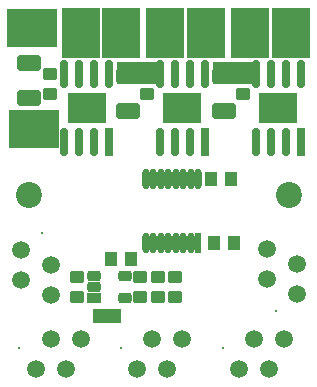
<source format=gbs>
G04*
G04 #@! TF.GenerationSoftware,Altium Limited,Altium Designer,19.1.8 (144)*
G04*
G04 Layer_Color=16711935*
%FSLAX43Y43*%
%MOMM*%
G71*
G01*
G75*
G04:AMPARAMS|DCode=17|XSize=2mm|YSize=1.35mm|CornerRadius=0.244mm|HoleSize=0mm|Usage=FLASHONLY|Rotation=0.000|XOffset=0mm|YOffset=0mm|HoleType=Round|Shape=RoundedRectangle|*
%AMROUNDEDRECTD17*
21,1,2.000,0.863,0,0,0.0*
21,1,1.513,1.350,0,0,0.0*
1,1,0.488,0.756,-0.431*
1,1,0.488,-0.756,-0.431*
1,1,0.488,-0.756,0.431*
1,1,0.488,0.756,0.431*
%
%ADD17ROUNDEDRECTD17*%
G04:AMPARAMS|DCode=19|XSize=1.2mm|YSize=1.1mm|CornerRadius=0.213mm|HoleSize=0mm|Usage=FLASHONLY|Rotation=270.000|XOffset=0mm|YOffset=0mm|HoleType=Round|Shape=RoundedRectangle|*
%AMROUNDEDRECTD19*
21,1,1.200,0.675,0,0,270.0*
21,1,0.775,1.100,0,0,270.0*
1,1,0.425,-0.338,-0.388*
1,1,0.425,-0.338,0.388*
1,1,0.425,0.338,0.388*
1,1,0.425,0.338,-0.388*
%
%ADD19ROUNDEDRECTD19*%
%ADD24C,0.200*%
%ADD25C,1.500*%
%ADD26C,2.200*%
%ADD54R,4.000X1.900*%
%ADD55R,3.900X1.900*%
%ADD56R,0.600X1.750*%
%ADD57O,0.600X1.750*%
%ADD58R,3.300X2.600*%
%ADD59R,0.700X2.400*%
%ADD60O,0.700X2.400*%
%ADD61R,1.200X1.200*%
G04:AMPARAMS|DCode=62|XSize=1.2mm|YSize=1.1mm|CornerRadius=0.213mm|HoleSize=0mm|Usage=FLASHONLY|Rotation=180.000|XOffset=0mm|YOffset=0mm|HoleType=Round|Shape=RoundedRectangle|*
%AMROUNDEDRECTD62*
21,1,1.200,0.675,0,0,180.0*
21,1,0.775,1.100,0,0,180.0*
1,1,0.425,-0.388,0.338*
1,1,0.425,0.388,0.338*
1,1,0.425,0.388,-0.338*
1,1,0.425,-0.388,-0.338*
%
%ADD62ROUNDEDRECTD62*%
%ADD63R,3.200X4.200*%
%ADD64R,1.200X0.860*%
G04:AMPARAMS|DCode=65|XSize=1.2mm|YSize=0.86mm|CornerRadius=0.265mm|HoleSize=0mm|Usage=FLASHONLY|Rotation=0.000|XOffset=0mm|YOffset=0mm|HoleType=Round|Shape=RoundedRectangle|*
%AMROUNDEDRECTD65*
21,1,1.200,0.330,0,0,0.0*
21,1,0.670,0.860,0,0,0.0*
1,1,0.530,0.335,-0.165*
1,1,0.530,-0.335,-0.165*
1,1,0.530,-0.335,0.165*
1,1,0.530,0.335,0.165*
%
%ADD65ROUNDEDRECTD65*%
%ADD66R,4.200X3.200*%
D17*
X2000Y24200D02*
D03*
Y27200D02*
D03*
X10400Y23100D02*
D03*
Y26100D02*
D03*
X18500Y23100D02*
D03*
Y26100D02*
D03*
D19*
X10650Y10600D02*
D03*
X8950D02*
D03*
X17450Y17400D02*
D03*
X19150D02*
D03*
X17650Y12000D02*
D03*
X19350D02*
D03*
D24*
X22900Y6200D02*
D03*
X3100Y12800D02*
D03*
X1200Y3100D02*
D03*
X9800D02*
D03*
X18400D02*
D03*
D25*
X22160Y11410D02*
D03*
X24700Y10140D02*
D03*
X22160Y8870D02*
D03*
X24700Y7600D02*
D03*
X3840Y7590D02*
D03*
X1300Y8860D02*
D03*
X3840Y10130D02*
D03*
X1300Y11400D02*
D03*
X6410Y3840D02*
D03*
X5140Y1300D02*
D03*
X3870Y3840D02*
D03*
X2600Y1300D02*
D03*
X15010Y3840D02*
D03*
X13740Y1300D02*
D03*
X12470Y3840D02*
D03*
X11200Y1300D02*
D03*
X23610Y3840D02*
D03*
X22340Y1300D02*
D03*
X21070Y3840D02*
D03*
X19800Y1300D02*
D03*
D26*
X2000Y16000D02*
D03*
X24000D02*
D03*
D54*
X19500Y26350D02*
D03*
D55*
X11450D02*
D03*
D56*
X16340Y12000D02*
D03*
D57*
X15705D02*
D03*
X15070D02*
D03*
X14435D02*
D03*
X13800D02*
D03*
X13165D02*
D03*
X12530D02*
D03*
X11895D02*
D03*
X16340Y17400D02*
D03*
X15705D02*
D03*
X15070D02*
D03*
X14435D02*
D03*
X13800D02*
D03*
X13165D02*
D03*
X12530D02*
D03*
X11895D02*
D03*
D58*
X23100Y23400D02*
D03*
X15000Y23400D02*
D03*
X6900Y23400D02*
D03*
D59*
X25005Y20525D02*
D03*
X16905Y20525D02*
D03*
X8805Y20525D02*
D03*
D60*
X23735D02*
D03*
X22465D02*
D03*
X21195D02*
D03*
X25005Y26275D02*
D03*
X23735D02*
D03*
X22465D02*
D03*
X21195D02*
D03*
X15635Y20525D02*
D03*
X14365D02*
D03*
X13095D02*
D03*
X16905Y26275D02*
D03*
X15635D02*
D03*
X14365D02*
D03*
X13095D02*
D03*
X7535Y20525D02*
D03*
X6265D02*
D03*
X4995D02*
D03*
X8805Y26275D02*
D03*
X7535D02*
D03*
X6265D02*
D03*
X4995D02*
D03*
D61*
X8000Y5800D02*
D03*
X9200D02*
D03*
D62*
X12900Y9050D02*
D03*
Y7350D02*
D03*
X14400Y7350D02*
D03*
Y9050D02*
D03*
X11400D02*
D03*
Y7350D02*
D03*
X6100Y9050D02*
D03*
Y7350D02*
D03*
X3800Y26250D02*
D03*
Y24550D02*
D03*
X12000Y26250D02*
D03*
Y24550D02*
D03*
X20100Y26250D02*
D03*
Y24550D02*
D03*
D63*
X9800Y29700D02*
D03*
X6400D02*
D03*
X17000D02*
D03*
X13500D02*
D03*
X24200D02*
D03*
X20700D02*
D03*
D64*
X7500Y7300D02*
D03*
D65*
Y8250D02*
D03*
Y9200D02*
D03*
X10130Y7300D02*
D03*
Y9200D02*
D03*
D66*
X2400Y21600D02*
D03*
X2300Y30200D02*
D03*
M02*

</source>
